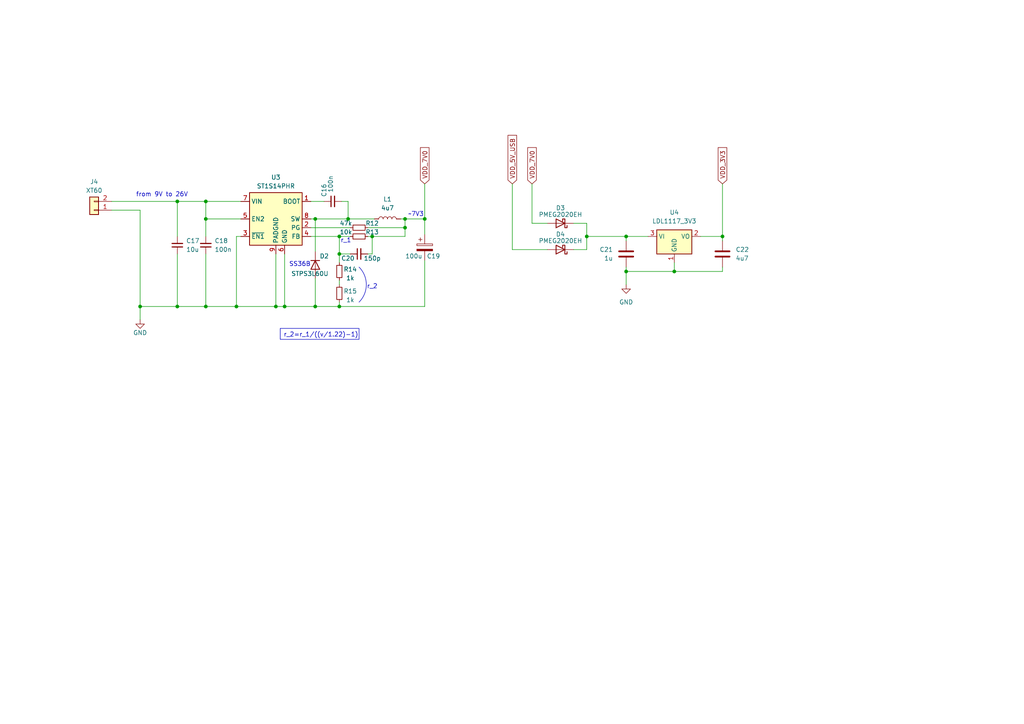
<source format=kicad_sch>
(kicad_sch (version 20231120) (generator "eeschema") (generator_version "8.0")
  (paper "A4")
  (lib_symbols
    (symbol "Connector_Generic:Conn_01x02" (pin_names (offset 1.016) hide)
      (property "Reference" "J" (at 0 2.54 0))
      (property "Value" "Conn_01x02" (at 0 -5.08 0))
      (symbol "Conn_01x02_1_1"
        (rectangle (start -1.27 -2.413) (end 0 -2.667) (stroke (width 0.1524)))
        (rectangle (start -1.27 0.127) (end 0 -0.127) (stroke (width 0.1524)))
        (rectangle (start -1.27 1.27) (end 1.27 -3.81) (stroke (width 0.254)) (fill (type background)))
        (pin passive line (at -5.08 0 0) (length 3.81) (name "Pin_1") (number "1"))
        (pin passive line (at -5.08 -2.54 0) (length 3.81) (name "Pin_2") (number "2"))
      )
    )
    (symbol "Device:C" (pin_numbers hide) (pin_names (offset 0.254))
      (property "Reference" "C" (at 0.635 2.54 0))
      (property "Value" "C" (at 0.635 -2.54 0))
      (symbol "C_0_1"
        (polyline (pts (xy -2.032 -0.762) (xy 2.032 -0.762)) (stroke (width 0.508)))
        (polyline (pts (xy -2.032 0.762) (xy 2.032 0.762)) (stroke (width 0.508)))
      )
      (symbol "C_1_1"
        (pin passive line (at 0 3.81 270) (length 2.794) (name "~") (number "1"))
        (pin passive line (at 0 -3.81 90) (length 2.794) (name "~") (number "2"))
      )
    )
    (symbol "Device:C_Polarized" (pin_numbers hide) (pin_names (offset 0.254))
      (property "Reference" "C" (at 0.635 2.54 0))
      (property "Value" "C_Polarized" (at 0.635 -2.54 0))
      (symbol "C_Polarized_0_1"
        (rectangle (start -2.286 0.508) (end 2.286 1.016))
        (polyline (pts (xy -1.778 2.286) (xy -0.762 2.286)))
        (polyline (pts (xy -1.27 2.794) (xy -1.27 1.778)))
        (rectangle (start 2.286 -0.508) (end -2.286 -1.016) (fill (type outline)))
      )
      (symbol "C_Polarized_1_1"
        (pin passive line (at 0 3.81 270) (length 2.794) (name "~") (number "1"))
        (pin passive line (at 0 -3.81 90) (length 2.794) (name "~") (number "2"))
      )
    )
    (symbol "Device:C_Small" (pin_numbers hide) (pin_names (offset 0.254) hide)
      (property "Reference" "C" (at 0.254 1.778 0))
      (property "Value" "C_Small" (at 0.254 -2.032 0))
      (symbol "C_Small_0_1"
        (polyline (pts (xy -1.524 -0.508) (xy 1.524 -0.508)) (stroke (width 0.3302)))
        (polyline (pts (xy -1.524 0.508) (xy 1.524 0.508)) (stroke (width 0.3048)))
      )
      (symbol "C_Small_1_1"
        (pin passive line (at 0 2.54 270) (length 2.032) (name "~") (number "1"))
        (pin passive line (at 0 -2.54 90) (length 2.032) (name "~") (number "2"))
      )
    )
    (symbol "Device:D" (pin_numbers hide) (pin_names (offset 1.016) hide)
      (property "Reference" "D" (at 0 2.54 0))
      (property "Value" "D" (at 0 -2.54 0))
      (symbol "D_0_1"
        (polyline (pts (xy -1.27 1.27) (xy -1.27 -1.27)) (stroke (width 0.254)))
        (polyline (pts (xy 1.27 0) (xy -1.27 0)))
        (polyline (pts (xy 1.27 1.27) (xy 1.27 -1.27) (xy -1.27 0) (xy 1.27 1.27)) (stroke (width 0.254)))
      )
      (symbol "D_1_1"
        (pin passive line (at -3.81 0 0) (length 2.54) (name "K") (number "1"))
        (pin passive line (at 3.81 0 180) (length 2.54) (name "A") (number "2"))
      )
    )
    (symbol "Device:D_Schottky" (pin_numbers hide) (pin_names (offset 1.016) hide)
      (property "Reference" "D" (at 0 2.54 0))
      (property "Value" "D_Schottky" (at 0 -2.54 0))
      (symbol "D_Schottky_0_1"
        (polyline (pts (xy 1.27 0) (xy -1.27 0)))
        (polyline (pts (xy 1.27 1.27) (xy 1.27 -1.27) (xy -1.27 0) (xy 1.27 1.27)) (stroke (width 0.254)))
        (polyline (pts (xy -1.905 0.635) (xy -1.905 1.27) (xy -1.27 1.27) (xy -1.27 -1.27) (xy -0.635 -1.27) (xy -0.635 -0.635)) (stroke (width 0.254)))
      )
      (symbol "D_Schottky_1_1"
        (pin passive line (at -3.81 0 0) (length 2.54) (name "K") (number "1"))
        (pin passive line (at 3.81 0 180) (length 2.54) (name "A") (number "2"))
      )
    )
    (symbol "Device:L" (pin_numbers hide) (pin_names (offset 1.016) hide)
      (property "Reference" "L" (at -1.27 0 90))
      (property "Value" "L" (at 1.905 0 90))
      (symbol "L_0_1"
        (arc (start 0 -2.54) (mid 0.6323 -1.905) (end 0 -1.27))
        (arc (start 0 -1.27) (mid 0.6323 -0.635) (end 0 0))
        (arc (start 0 0) (mid 0.6323 0.635) (end 0 1.27))
        (arc (start 0 1.27) (mid 0.6323 1.905) (end 0 2.54))
      )
      (symbol "L_1_1"
        (pin passive line (at 0 3.81 270) (length 1.27) (name "1") (number "1"))
        (pin passive line (at 0 -3.81 90) (length 1.27) (name "2") (number "2"))
      )
    )
    (symbol "Device:R_Small" (pin_numbers hide) (pin_names (offset 0.254) hide)
      (property "Reference" "R" (at 0.762 0.508 0))
      (property "Value" "R_Small" (at 0.762 -1.016 0))
      (symbol "R_Small_0_1"
        (rectangle (start -0.762 1.778) (end 0.762 -1.778) (stroke (width 0.2032)))
      )
      (symbol "R_Small_1_1"
        (pin passive line (at 0 2.54 270) (length 0.762) (name "~") (number "1"))
        (pin passive line (at 0 -2.54 90) (length 0.762) (name "~") (number "2"))
      )
    )
    (symbol "Regulator_Linear:LD1117S33TR_SOT223"
      (property "Reference" "U" (at -3.81 3.175 0))
      (property "Value" "LD1117S33TR_SOT223" (at 0 3.175 0))
      (symbol "LD1117S33TR_SOT223_0_1"
        (rectangle (start -5.08 -5.08) (end 5.08 1.905) (stroke (width 0.254)) (fill (type background)))
      )
      (symbol "LD1117S33TR_SOT223_1_1"
        (pin power_in line (at 0 -7.62 90) (length 2.54) (name "GND") (number "1"))
        (pin power_out line (at 7.62 0 180) (length 2.54) (name "VO") (number "2"))
        (pin power_in line (at -7.62 0 0) (length 2.54) (name "VI") (number "3"))
      )
    )
    (symbol "Regulator_Switching:ST1S14PHR"
      (property "Reference" "U6" (at 0 12.065 0))
      (property "Value" "ST1S14PHR" (at 0 9.525 0))
      (symbol "ST1S14PHR_0_1"
        (rectangle (start 7.62 7.62) (end -7.62 -7.62) (stroke (width 0.254)) (fill (type background)))
      )
      (symbol "ST1S14PHR_1_1"
        (pin input line (at 10.16 5.08 180) (length 2.54) (name "BOOT") (number "1"))
        (pin output line (at 10.16 -2.54 180) (length 2.54) (name "PG") (number "2"))
        (pin input line (at -10.16 -5.08 0) (length 2.54) (name "~{EN1}") (number "3"))
        (pin input line (at 10.16 -5.08 180) (length 2.54) (name "FB") (number "4"))
        (pin input line (at -10.16 0 0) (length 2.54) (name "EN2") (number "5"))
        (pin power_in line (at 2.54 -10.16 90) (length 2.54) (name "GND") (number "6"))
        (pin power_in line (at -10.16 5.08 0) (length 2.54) (name "VIN") (number "7"))
        (pin output line (at 10.16 0 180) (length 2.54) (name "SW") (number "8"))
        (pin power_in line (at 0 -10.16 90) (length 2.54) (name "PADGND") (number "9"))
      )
    )
    (symbol "power:GND" (power) (pin_names (offset 0))
      (property "Value" "GND" (at 0 -3.81 0))
      (symbol "GND_0_1"
        (polyline (pts (xy 0 0) (xy 0 -1.27) (xy 1.27 -1.27) (xy 0 -2.54) (xy -1.27 -1.27) (xy 0 -1.27)))
      )
      (symbol "GND_1_1"
        (pin power_in line (at 0 0 270) (length 0) hide (name "GND") (number "1"))
      )
    )
  )
  (junction (at 117.475 66.04))
  (junction (at 209.55 68.58))
  (junction (at 98.425 88.9))
  (junction (at 59.69 58.42))
  (junction (at 51.435 58.42))
  (junction (at 91.44 88.9))
  (junction (at 98.425 68.58))
  (junction (at 170.18 68.58))
  (junction (at 40.64 88.9))
  (junction (at 91.44 63.5))
  (junction (at 123.19 63.5))
  (junction (at 68.58 88.9))
  (junction (at 51.435 88.9))
  (junction (at 195.58 78.74))
  (junction (at 59.69 88.9))
  (junction (at 98.425 73.66))
  (junction (at 107.95 68.58))
  (junction (at 181.61 68.58))
  (junction (at 82.55 88.9))
  (junction (at 59.69 63.5))
  (junction (at 181.61 78.74))
  (junction (at 100.965 63.5))
  (junction (at 117.475 63.5))
  (junction (at 80.01 88.9))
  (wire (pts (xy 90.17 63.5) (xy 91.44 63.5)))
  (wire (pts (xy 98.425 88.9) (xy 98.425 87.63)))
  (wire (pts (xy 209.55 77.47) (xy 209.55 78.74)))
  (wire (pts (xy 181.61 69.85) (xy 181.61 68.58)))
  (wire (pts (xy 98.425 73.66) (xy 98.425 76.2)))
  (wire (pts (xy 90.17 58.42) (xy 93.98 58.42)))
  (wire (pts (xy 91.44 63.5) (xy 91.44 73.025)))
  (wire (pts (xy 158.75 72.39) (xy 148.59 72.39)))
  (wire (pts (xy 209.55 53.34) (xy 209.55 68.58)))
  (wire (pts (xy 170.18 68.58) (xy 181.61 68.58)))
  (wire (pts (xy 98.425 88.9) (xy 123.19 88.9)))
  (wire (pts (xy 51.435 68.58) (xy 51.435 58.42)))
  (wire (pts (xy 107.95 68.58) (xy 106.68 68.58)))
  (wire (pts (xy 100.965 58.42) (xy 99.06 58.42)))
  (wire (pts (xy 40.64 60.96) (xy 40.64 88.9)))
  (wire (pts (xy 170.18 68.58) (xy 170.18 72.39)))
  (wire (pts (xy 59.69 63.5) (xy 59.69 58.42)))
  (wire (pts (xy 154.305 53.34) (xy 154.305 64.77)))
  (wire (pts (xy 68.58 88.9) (xy 80.01 88.9)))
  (wire (pts (xy 195.58 76.2) (xy 195.58 78.74)))
  (wire (pts (xy 90.17 66.04) (xy 101.6 66.04)))
  (wire (pts (xy 91.44 80.645) (xy 91.44 88.9)))
  (wire (pts (xy 117.475 68.58) (xy 107.95 68.58)))
  (wire (pts (xy 123.19 75.565) (xy 123.19 88.9)))
  (wire (pts (xy 203.2 68.58) (xy 209.55 68.58)))
  (wire (pts (xy 59.69 88.9) (xy 68.58 88.9)))
  (wire (pts (xy 68.58 68.58) (xy 69.85 68.58)))
  (wire (pts (xy 51.435 73.66) (xy 51.435 88.9)))
  (wire (pts (xy 59.69 58.42) (xy 69.85 58.42)))
  (wire (pts (xy 100.965 63.5) (xy 108.585 63.5)))
  (wire (pts (xy 106.68 73.66) (xy 107.95 73.66)))
  (wire (pts (xy 181.61 78.74) (xy 195.58 78.74)))
  (wire (pts (xy 166.37 72.39) (xy 170.18 72.39)))
  (wire (pts (xy 80.01 73.66) (xy 80.01 88.9)))
  (wire (pts (xy 117.475 66.04) (xy 106.68 66.04)))
  (wire (pts (xy 68.58 68.58) (xy 68.58 88.9)))
  (wire (pts (xy 117.475 63.5) (xy 116.205 63.5)))
  (wire (pts (xy 32.385 60.96) (xy 40.64 60.96)))
  (wire (pts (xy 100.965 58.42) (xy 100.965 63.5)))
  (wire (pts (xy 107.95 68.58) (xy 107.95 73.66)))
  (wire (pts (xy 40.64 88.9) (xy 51.435 88.9)))
  (wire (pts (xy 91.44 88.9) (xy 98.425 88.9)))
  (wire (pts (xy 154.305 64.77) (xy 158.75 64.77)))
  (wire (pts (xy 117.475 63.5) (xy 123.19 63.5)))
  (wire (pts (xy 51.435 88.9) (xy 59.69 88.9)))
  (wire (pts (xy 123.19 53.34) (xy 123.19 63.5)))
  (wire (pts (xy 82.55 88.9) (xy 91.44 88.9)))
  (wire (pts (xy 117.475 63.5) (xy 117.475 66.04)))
  (wire (pts (xy 98.425 81.28) (xy 98.425 82.55)))
  (wire (pts (xy 59.69 73.66) (xy 59.69 88.9)))
  (wire (pts (xy 181.61 77.47) (xy 181.61 78.74)))
  (wire (pts (xy 91.44 63.5) (xy 100.965 63.5)))
  (wire (pts (xy 170.18 64.77) (xy 170.18 68.58)))
  (wire (pts (xy 166.37 64.77) (xy 170.18 64.77)))
  (wire (pts (xy 59.69 63.5) (xy 69.85 63.5)))
  (wire (pts (xy 123.19 63.5) (xy 123.19 67.945)))
  (wire (pts (xy 32.385 58.42) (xy 51.435 58.42)))
  (wire (pts (xy 90.17 68.58) (xy 98.425 68.58)))
  (wire (pts (xy 40.64 92.71) (xy 40.64 88.9)))
  (wire (pts (xy 209.55 69.85) (xy 209.55 68.58)))
  (wire (pts (xy 98.425 68.58) (xy 101.6 68.58)))
  (wire (pts (xy 82.55 73.66) (xy 82.55 88.9)))
  (wire (pts (xy 98.425 68.58) (xy 98.425 73.66)))
  (wire (pts (xy 181.61 68.58) (xy 187.96 68.58)))
  (wire (pts (xy 80.01 88.9) (xy 82.55 88.9)))
  (wire (pts (xy 181.61 78.74) (xy 181.61 82.55)))
  (wire (pts (xy 117.475 66.04) (xy 117.475 68.58)))
  (wire (pts (xy 59.69 68.58) (xy 59.69 63.5)))
  (wire (pts (xy 51.435 58.42) (xy 59.69 58.42)))
  (wire (pts (xy 98.425 73.66) (xy 101.6 73.66)))
  (wire (pts (xy 195.58 78.74) (xy 209.55 78.74)))
  (wire (pts (xy 148.59 72.39) (xy 148.59 53.34)))
  (arc (start 104.14 77.47) (mid 106.2442 82.55) (end 104.14 87.63))
  (text_box "r_2=r_1/((v/1.22)-1)" (at 81.28 95.25 0) (size 22.86 3.175) (effects (font (size 1.27 1.27)) (justify left top)))
  (text "r_2" (at 107.95 83.185 0) (effects (font (size 1.27 1.27))))
  (text "from 9V to 26V" (at 46.99 56.515 0) (effects (font (size 1.27 1.27))))
  (text "SS36B" (at 83.82 77.47 0) (effects (font (size 1.27 1.27)) (justify left bottom)))
  (text "r_1" (at 100.33 69.85 0) (effects (font (size 1.27 1.27))))
  (text "~7V3" (at 120.65 62.23 0) (effects (font (size 1.27 1.27))))
  (global_label "VDD_7V0" (shape input) (at 154.305 53.34 90) (property "Intersheetrefs" "${INTERSHEET_REFS}" (effects (hide yes))))
  (global_label "VDD_3V3" (shape input) (at 209.55 53.34 90) (property "Intersheetrefs" "${INTERSHEET_REFS}" (effects (hide yes))))
  (global_label "VDD_7V0" (shape input) (at 123.19 53.34 90) (property "Intersheetrefs" "${INTERSHEET_REFS}" (effects (hide yes))))
  (global_label "VDD_5V_USB" (shape input) (at 148.59 53.34 90) (property "Intersheetrefs" "${INTERSHEET_REFS}" (effects (hide yes))))
  (symbol (lib_id "Device:C") (at 181.61 73.66 0) (mirror y) (unit 1)
    (property "Reference" "C21" (at 177.8 72.39 0) (effects (justify left)))
    (property "Value" "1u" (at 177.8 74.93 0) (effects (justify left)))
    (property "Footprint" "Capacitor_SMD:C_0603_1608Metric" (effects (hide yes)))
  )
  (symbol (lib_id "Device:C_Small") (at 51.435 71.12 180) (unit 1)
    (property "Reference" "C17" (at 53.975 69.8436 0) (effects (justify right)))
    (property "Value" "10u" (at 53.975 72.3836 0) (effects (justify right)))
    (property "Footprint" "Capacitor_SMD:C_1210_3225Metric" (effects (hide yes)))
  )
  (symbol (lib_id "Device:C_Small") (at 59.69 71.12 180) (unit 1)
    (property "Reference" "C18" (at 62.23 69.8436 0) (effects (justify right)))
    (property "Value" "100n" (at 62.23 72.3836 0) (effects (justify right)))
    (property "Footprint" "Capacitor_SMD:C_0603_1608Metric" (effects (hide yes)))
  )
  (symbol (lib_id "Device:C_Small") (at 104.14 73.66 90) (unit 1)
    (property "Reference" "C20" (at 102.87 74.93 90) (effects (justify left)))
    (property "Value" "150p" (at 110.49 74.93 90) (effects (justify left)))
    (property "Footprint" "Capacitor_SMD:C_0402_1005Metric" (effects (hide yes)))
  )
  (symbol (lib_id "Device:L") (at 112.395 63.5 90) (unit 1)
    (property "Reference" "L1" (at 112.395 57.785 90))
    (property "Value" "4u7" (at 112.395 60.325 90))
    (property "Footprint" "Inductor_SMD:L_Sunlord_MWSA0503S" (effects (hide yes)))
    (property "Datasheet" "https://www.lcsc.com/product-detail/Inductors-SMD_PSA-Prosperity-Dielectrics-MCS0530-4R7MN2_C2836880.html" (effects (hide yes)))
  )
  (symbol (lib_id "power:GND") (at 40.64 92.71 0) (unit 1)
    (property "Reference" "#PWR012" (effects (hide yes)))
    (property "Value" "GND" (at 40.64 96.52 0))
  )
  (symbol (lib_id "Device:C_Small") (at 96.52 58.42 90) (unit 1)
    (property "Reference" "C16" (at 93.98 57.15 0) (effects (justify left)))
    (property "Value" "100n" (at 95.885 55.88 0) (effects (justify left)))
    (property "Footprint" "Capacitor_SMD:C_0603_1608Metric" (effects (hide yes)))
  )
  (symbol (lib_id "Device:D_Schottky") (at 162.56 64.77 180) (unit 1)
    (property "Reference" "D3" (at 162.56 60.325 0))
    (property "Value" "PMEG2020EH" (at 162.56 62.23 0))
    (property "Footprint" "Diode_SMD:D_SOD-123F" (effects (hide yes)))
    (property "Description" "Schottky diode" (effects (hide yes)))
  )
  (symbol (lib_id "Device:R_Small") (at 104.14 68.58 90) (unit 1)
    (property "Reference" "R13" (at 107.95 67.31 90))
    (property "Value" "10k" (at 100.33 67.31 90))
    (property "Footprint" "Resistor_SMD:R_0603_1608Metric" (effects (hide yes)))
  )
  (symbol (lib_id "Device:D_Schottky") (at 162.56 72.39 180) (unit 1)
    (property "Reference" "D4" (at 162.56 67.945 0))
    (property "Value" "PMEG2020EH" (at 162.56 69.85 0))
    (property "Footprint" "Diode_SMD:D_SOD-123F" (effects (hide yes)))
    (property "Description" "Schottky diode" (effects (hide yes)))
  )
  (symbol (lib_id "Device:C") (at 209.55 73.66 0) (unit 1)
    (property "Reference" "C22" (at 213.36 72.39 0) (effects (justify left)))
    (property "Value" "4u7" (at 213.36 74.93 0) (effects (justify left)))
    (property "Footprint" "Capacitor_SMD:C_0603_1608Metric" (effects (hide yes)))
  )
  (symbol (lib_id "Device:D") (at 91.44 76.835 270) (unit 1)
    (property "Reference" "D2" (at 92.71 74.295 90) (effects (justify left)))
    (property "Value" "STPS3L60U" (at 84.455 79.375 90) (effects (justify left)))
    (property "Footprint" "Diode_SMD:D_SMB" (effects (hide yes)))
    (property "Sim.Device" "D" (effects (hide yes)))
    (property "Sim.Pins" "1=K 2=A" (effects (hide yes)))
  )
  (symbol (lib_id "Device:R_Small") (at 104.14 66.04 90) (unit 1)
    (property "Reference" "R12" (at 107.95 64.77 90))
    (property "Value" "47k" (at 100.33 64.77 90))
    (property "Footprint" "Resistor_SMD:R_0603_1608Metric" (effects (hide yes)))
  )
  (symbol (lib_id "Regulator_Switching:ST1S14PHR") (at 80.01 63.5 0) (unit 1)
    (property "Reference" "U3" (at 80.01 51.435 0))
    (property "Value" "ST1S14PHR" (at 80.01 53.975 0))
    (property "Footprint" "Package_SO:TI_SO-PowerPAD-8" (effects (hide yes)))
    (property "Datasheet" "http://www.st.com/internet/com/TECHNICAL_RESOURCES/TECHNICAL_LITERATURE/DATASHEET/CD00285678.pdf" (effects (hide yes)))
  )
  (symbol (lib_id "Regulator_Linear:LD1117S33TR_SOT223") (at 195.58 68.58 0) (unit 1)
    (property "Reference" "U4" (at 195.58 61.595 0))
    (property "Value" "LDL1117_3V3" (at 195.58 64.135 0))
    (property "Footprint" "Package_TO_SOT_SMD:SOT-223-3_TabPin2" (effects (hide yes)))
    (property "Datasheet" "http://www.st.com/st-web-ui/static/active/en/resource/technical/document/datasheet/CD00000544.pdf" (effects (hide yes)))
  )
  (symbol (lib_id "power:GND") (at 181.61 82.55 0) (unit 1)
    (property "Reference" "#PWR013" (effects (hide yes)))
    (property "Value" "GND" (at 181.61 87.63 0))
  )
  (symbol (lib_id "Device:C_Polarized") (at 123.19 71.755 0) (unit 1)
    (property "Reference" "C19" (at 125.73 74.295 0))
    (property "Value" "100u" (at 120.015 74.295 0))
    (property "Footprint" "Capacitor_THT:CP_Radial_D5.0mm_P2.00mm" (effects (hide yes)))
  )
  (symbol (lib_id "Connector_Generic:Conn_01x02") (at 27.305 60.96 180) (unit 1)
    (property "Reference" "J4" (at 27.305 52.705 0))
    (property "Value" "XT60" (at 27.305 55.245 0))
    (property "Footprint" "Connector_AMASS:AMASS_XT30PW-M_1x02_P2.50mm_Horizontal" (effects (hide yes)))
    (property "Description" "Generic connector, single row, 01x02, script generated (kicad-library-utils/schlib/autogen/connector/)" (effects (hide yes)))
  )
  (symbol (lib_id "Device:R_Small") (at 98.425 78.74 180) (unit 1)
    (property "Reference" "R14" (at 101.6 78.105 0))
    (property "Value" "1k" (at 101.6 80.645 0))
    (property "Footprint" "Resistor_SMD:R_0603_1608Metric" (effects (hide yes)))
  )
  (symbol (lib_id "Device:R_Small") (at 98.425 85.09 180) (unit 1)
    (property "Reference" "R15" (at 101.6 84.455 0))
    (property "Value" "1k" (at 101.6 86.995 0))
    (property "Footprint" "Resistor_SMD:R_0603_1608Metric" (effects (hide yes)))
  )
)
</source>
